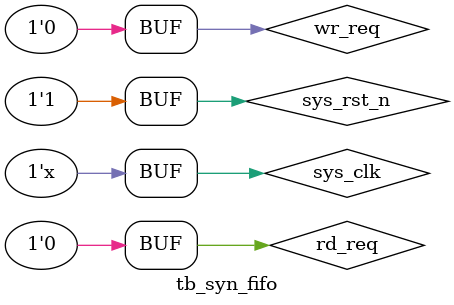
<source format=v>
`timescale 1ns/1ps
module tb_syn_fifo;
	reg				sys_rst_n;
	reg  				sys_clk;
	reg 	[15:0]	data_in;
	wire	[15:0]	data_out;
	wire 			full;
	wire			empty;
	reg				rd_req;
	reg				wr_req;

syn_fifo syn_fifo_inst	
(
	.sys_clk	(sys_clk),
	.sys_rst_n	(sys_rst_n),
	.data_in	(data_in),
	.wr_req		(wr_req),
	.rd_req		(rd_req),

	.data_out	(data_out),
	.empty		(empty),
	.full		(full)
);
initial	sys_clk = 1'b0;
always	#10	sys_clk = ~sys_clk;

initial begin 
	sys_rst_n <= 1'b0;
	wr_req <= 1'b0;
	rd_req <= 1'b0;
	#200
	sys_rst_n <= 1'b1;
	#20000
	wr_req <= 1'b1;
	#20000
	wr_req <= 1'b0;
	rd_req <= 1'b1;
	#20000
	rd_req <= 1'b0;
	//$stop
	wr_req <= 1'b0;
end

always@(posedge sys_clk or negedge sys_rst_n)
	if(sys_rst_n == 1'b0)
		data_in <= 16'd0;
	else if(wr_req == 1'b1)
		data_in <= data_in + 1'b1;
	else
		data_in <= data_in;
	
endmodule

</source>
